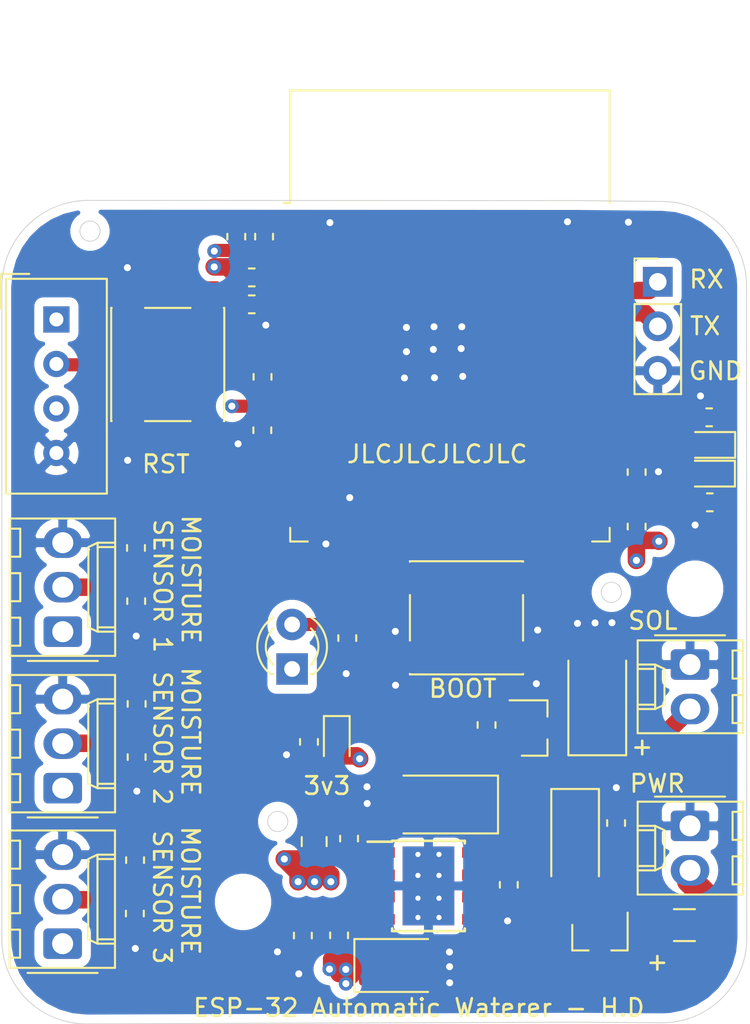
<source format=kicad_pcb>
(kicad_pcb (version 20171130) (host pcbnew 5.1.5+dfsg1-2build2)
  (layers (0 F.Cu signal) (1 GND power hide) (2 POWER power hide) (31 B.Cu signal hide) (34 B.Paste user) (35 F.Paste user) (36 B.SilkS user) (37 F.SilkS user) (38 B.Mask user) (39 F.Mask user) (44 Edge.Cuts user))
  (net 0 "")
  (net 1 GND)
  (net 2 "Net-(U1-Pad36)")
  (net 3 "Net-(U1-Pad32)")
  (net 4 "Net-(U1-Pad31)")
  (net 5 "Net-(U1-Pad26)")
  (net 6 "Net-(U1-Pad24)")
  (net 7 "Net-(U1-Pad23)")
  (net 8 "Net-(U1-Pad21)")
  (net 9 "Net-(U1-Pad20)")
  (net 10 "Net-(U1-Pad19)")
  (net 11 "Net-(U1-Pad18)")
  (net 12 "Net-(U1-Pad17)")
  (net 13 "Net-(U1-Pad11)")
  (net 14 "Net-(U1-Pad10)")
  (net 15 "Net-(U1-Pad9)")
  (net 16 "Net-(U1-Pad5)")
  (net 17 "Net-(U1-Pad4)")
  (net 18 +3V3)
  (net 19 RESET)
  (net 20 "Net-(D1-Pad2)")
  (net 21 "Net-(D1-Pad1)")
  (net 22 "Net-(D2-Pad2)")
  (net 23 "Net-(D2-Pad1)")
  (net 24 "Net-(F1-Pad2)")
  (net 25 GPIO0)
  (net 26 "Net-(Q2-Pad1)")
  (net 27 LIGHT_SENSOR)
  (net 28 TEMP_HUMID_SEN)
  (net 29 "Net-(U4-Pad3)")
  (net 30 "Net-(U1-Pad6)")
  (net 31 "Net-(C4-Pad2)")
  (net 32 "Net-(C4-Pad1)")
  (net 33 "Net-(F1-Pad1)")
  (net 34 "Net-(D3-Pad2)")
  (net 35 "Net-(U2-Pad5)")
  (net 36 "Net-(R12-Pad2)")
  (net 37 "Net-(U2-Pad3)")
  (net 38 "Net-(U2-Pad2)")
  (net 39 12V_IN)
  (net 40 "Net-(C8-Pad1)")
  (net 41 "Net-(C9-Pad1)")
  (net 42 "Net-(C10-Pad1)")
  (net 43 "Net-(D5-Pad1)")
  (net 44 RX_PROG)
  (net 45 TX_PROG)
  (net 46 DRIVER)
  (net 47 MOIST1)
  (net 48 MOIST2)
  (net 49 MOIST3)
  (net 50 "Net-(U1-Pad37)")
  (net 51 "Net-(U1-Pad33)")
  (net 52 "Net-(U1-Pad28)")
  (net 53 "Net-(U1-Pad27)")
  (net 54 "Net-(U1-Pad8)")
  (net 55 "Net-(D6-Pad1)")
  (module Resistor_SMD:R_0603_1608Metric (layer F.Cu) (at 263.81202 135.34644 90)
    (fp_text reference R2 hide)
    (fp_text value 10k)
    (pad 2 smd roundrect (at 0.7875 0 90) (size 0.875 0.95) (layers F.Cu F.Paste F.Mask) (net 1 GND))
    (pad 1 smd roundrect (at -0.7875 0 90) (size 0.875 0.95) (layers F.Cu F.Paste F.Mask) (net 34 "Net-(D3-Pad2)"))
  )
  (module Diode_SMD:D_SOD-128 (layer F.Cu) (at 261.47268 136.48436 270)
    (fp_text reference D3 hide)
    (fp_text value D_Zener)
    (pad 2 smd rect (at 2.2 0 270) (size 1.4 2.1) (layers F.Cu F.Paste F.Mask) (net 34 "Net-(D3-Pad2)"))
    (pad 1 smd rect (at -2.2 0 270) (size 1.4 2.1) (layers F.Cu F.Paste F.Mask) (net 39 12V_IN))
  )
  (module Capacitor_Tantalum_SMD:CP_EIA-3528-21_Kemet-B (layer F.Cu) (at 251.32792 143.47698)
    (fp_text reference C6 hide)
    (fp_text value 100u)
    (pad 2 smd roundrect (at 1.5375 0) (size 1.325 2.35) (layers F.Cu F.Paste F.Mask) (roundrect_rratio 0.188679) (net 1 GND))
    (pad 1 smd roundrect (at -1.5375 0) (size 1.325 2.35) (layers F.Cu F.Paste F.Mask) (roundrect_rratio 0.188679) (net 18 +3V3))
  )
  (module Sensor:Aosong_DHT11_5.5x12.0_P2.54mm (layer F.Cu) (at 231.85374 106.60634)
    (fp_text reference U4 hide)
    (fp_text value DHT11)
    (pad 4 thru_hole circle (at 0 7.62) (size 1.5 1.5) (drill 0.8) (layers *.Cu *.Mask) (net 1 GND))
    (pad 3 thru_hole circle (at 0 5.08) (size 1.5 1.5) (drill 0.8) (layers *.Cu *.Mask) (net 29 "Net-(U4-Pad3)"))
    (pad 2 thru_hole circle (at 0 2.54) (size 1.5 1.5) (drill 0.8) (layers *.Cu *.Mask) (net 28 TEMP_HUMID_SEN))
    (pad 1 thru_hole rect (at 0 0) (size 1.5 1.5) (drill 0.8) (layers *.Cu *.Mask) (net 18 +3V3))
  )
  (module Resistor_SMD:R_0603_1608Metric (layer F.Cu) (at 246.27586 130.71348 90)
    (fp_text reference R5 hide)
    (fp_text value 220)
    (pad 2 smd roundrect (at 0.7875 0 90) (size 0.875 0.95) (layers F.Cu F.Paste F.Mask) (net 55 "Net-(D6-Pad1)"))
    (pad 1 smd roundrect (at -0.7875 0 90) (size 0.875 0.95) (layers F.Cu F.Paste F.Mask) (net 1 GND))
  )
  (module LED_SMD:LED_0603_1608Metric (layer F.Cu) (at 247.86336 130.72618 270)
    (fp_text reference D6 hide)
    (fp_text value RED)
    (pad 2 smd roundrect (at 0.7875 0 270) (size 0.875 0.95) (layers F.Cu F.Paste F.Mask) (net 18 +3V3))
    (pad 1 smd roundrect (at -0.7875 0 270) (size 0.875 0.95) (layers F.Cu F.Paste F.Mask) (net 55 "Net-(D6-Pad1)"))
  )
  (module Resistor_SMD:R_0603_1608Metric (layer F.Cu) (at 245.92788 141.76986 270)
    (fp_text reference R13 hide)
    (fp_text value 5.6k)
    (pad 2 smd roundrect (at 0.7875 0 270) (size 0.875 0.95) (layers F.Cu F.Paste F.Mask) (net 1 GND))
    (pad 1 smd roundrect (at -0.7875 0 270) (size 0.875 0.95) (layers F.Cu F.Paste F.Mask) (net 36 "Net-(R12-Pad2)"))
  )
  (module Resistor_SMD:R_0603_1608Metric (layer F.Cu) (at 247.99544 141.7574 90)
    (fp_text reference R12 hide)
    (fp_text value 10k)
    (pad 2 smd roundrect (at 0.7875 0 90) (size 0.875 0.95) (layers F.Cu F.Paste F.Mask) (net 36 "Net-(R12-Pad2)"))
    (pad 1 smd roundrect (at -0.7875 0 90) (size 0.875 0.95) (layers F.Cu F.Paste F.Mask) (net 18 +3V3))
  )
  (module Package_SO:TI_SO-PowerPAD-8_ThermalVias (layer F.Cu) (at 253.0983 138.938)
    (fp_text reference U2 hide)
    (fp_text value TPS5430DDA)
    (pad 9 thru_hole circle (at 0.6 1.8) (size 0.6 0.6) (drill 0.3) (layers *.Cu) (net 1 GND))
    (pad 9 thru_hole circle (at 0.6 0.7) (size 0.6 0.6) (drill 0.3) (layers *.Cu) (net 1 GND))
    (pad 9 thru_hole circle (at -0.6 0.7) (size 0.6 0.6) (drill 0.3) (layers *.Cu) (net 1 GND))
    (pad 9 thru_hole circle (at -0.6 1.8) (size 0.6 0.6) (drill 0.3) (layers *.Cu) (net 1 GND))
    (pad 9 thru_hole circle (at 0.6 -1.8) (size 0.6 0.6) (drill 0.3) (layers *.Cu) (net 1 GND))
    (pad 9 thru_hole circle (at 0.6 -0.6) (size 0.6 0.6) (drill 0.3) (layers *.Cu) (net 1 GND))
    (pad 9 thru_hole circle (at -0.6 -0.6) (size 0.6 0.6) (drill 0.3) (layers *.Cu) (net 1 GND))
    (pad 9 thru_hole circle (at -0.6 -1.8) (size 0.6 0.6) (drill 0.3) (layers *.Cu) (net 1 GND))
    (pad 9 smd rect (at 0 0) (size 2.95 4.5) (layers B.Cu) (net 1 GND))
    (pad 8 smd rect (at 2.7 -1.905) (size 1.55 0.6) (layers F.Cu F.Paste F.Mask) (net 32 "Net-(C4-Pad1)"))
    (pad 7 smd rect (at 2.7 -0.635) (size 1.55 0.6) (layers F.Cu F.Paste F.Mask) (net 39 12V_IN))
    (pad 6 smd rect (at 2.7 0.635) (size 1.55 0.6) (layers F.Cu F.Paste F.Mask) (net 1 GND))
    (pad 5 smd rect (at 2.7 1.905) (size 1.55 0.6) (layers F.Cu F.Paste F.Mask) (net 35 "Net-(U2-Pad5)"))
    (pad 4 smd rect (at -2.7 1.905) (size 1.55 0.6) (layers F.Cu F.Paste F.Mask) (net 36 "Net-(R12-Pad2)"))
    (pad 3 smd rect (at -2.7 0.635) (size 1.55 0.6) (layers F.Cu F.Paste F.Mask) (net 37 "Net-(U2-Pad3)"))
    (pad 2 smd rect (at -2.7 -0.635) (size 1.55 0.6) (layers F.Cu F.Paste F.Mask) (net 38 "Net-(U2-Pad2)"))
    (pad 1 smd rect (at -2.7 -1.905) (size 1.55 0.6) (layers F.Cu F.Paste F.Mask) (net 31 "Net-(C4-Pad2)"))
    (pad 9 smd rect (at 0 0) (size 2.95 4.5) (layers F.Cu) (net 1 GND))
    (pad 9 smd rect (at 0 0) (size 2.6 3.1) (layers F.Cu F.Paste F.Mask) (net 1 GND))
  )
  (module MountingHole:MountingHole_2.2mm_M2_DIN965 (layer F.Cu) (at 242.51158 139.84986)
    (fp_text reference H4 hide)
    (fp_text value BL)
    (pad 1 np_thru_hole circle (at 0 0) (size 2.2 2.2) (drill 2.2) (layers *.Cu *.Mask))
  )
  (module MountingHole:MountingHole_2.2mm_M2_DIN965 (layer F.Cu) (at 268.3256 121.9708)
    (fp_text reference H1 hide)
    (fp_text value TR)
    (pad 1 np_thru_hole circle (at 0 0) (size 2.2 2.2) (drill 2.2) (layers *.Cu *.Mask))
  )
  (module Button_Switch_SMD:SW_Push_1P1T_NO_6x6mm_H9.5mm (layer F.Cu) (at 255.27 123.6345)
    (fp_text reference SW2 hide)
    (fp_text value SW_Push)
    (pad 2 smd rect (at 3.975 2.25) (size 1.55 1.3) (layers F.Cu F.Paste F.Mask) (net 1 GND))
    (pad 1 smd rect (at 3.975 -2.25) (size 1.55 1.3) (layers F.Cu F.Paste F.Mask) (net 25 GPIO0))
    (pad 1 smd rect (at -3.975 -2.25) (size 1.55 1.3) (layers F.Cu F.Paste F.Mask) (net 25 GPIO0))
    (pad 2 smd rect (at -3.975 2.25) (size 1.55 1.3) (layers F.Cu F.Paste F.Mask) (net 1 GND))
  )
  (module Resistor_SMD:R_0603_1608Metric (layer F.Cu) (at 236.347 137.4648 270)
    (fp_text reference R15 hide)
    (fp_text value 10k)
    (pad 2 smd roundrect (at 0.7875 0 270) (size 0.875 0.95) (layers F.Cu F.Paste F.Mask) (net 42 "Net-(C10-Pad1)"))
    (pad 1 smd roundrect (at -0.7875 0 270) (size 0.875 0.95) (layers F.Cu F.Paste F.Mask) (net 47 MOIST1))
  )
  (module Resistor_SMD:R_0603_1608Metric (layer F.Cu) (at 236.4359 128.5494 270)
    (fp_text reference R14 hide)
    (fp_text value 10k)
    (pad 2 smd roundrect (at 0.7875 0 270) (size 0.875 0.95) (layers F.Cu F.Paste F.Mask) (net 41 "Net-(C9-Pad1)"))
    (pad 1 smd roundrect (at -0.7875 0 270) (size 0.875 0.95) (layers F.Cu F.Paste F.Mask) (net 48 MOIST2))
  )
  (module Resistor_SMD:R_0603_1608Metric (layer F.Cu) (at 236.3978 119.6467 270)
    (fp_text reference R10 hide)
    (fp_text value 10k)
    (pad 2 smd roundrect (at 0.7875 0 270) (size 0.875 0.95) (layers F.Cu F.Paste F.Mask) (net 40 "Net-(C8-Pad1)"))
    (pad 1 smd roundrect (at -0.7875 0 270) (size 0.875 0.95) (layers F.Cu F.Paste F.Mask) (net 49 MOIST3))
  )
  (module Resistor_SMD:R_0603_1608Metric (layer F.Cu) (at 256.41554 129.75082 270)
    (fp_text reference R4 hide)
    (fp_text value 10k)
    (pad 2 smd roundrect (at 0.7875 0 270) (size 0.875 0.95) (layers F.Cu F.Paste F.Mask) (net 46 DRIVER))
    (pad 1 smd roundrect (at -0.7875 0 270) (size 0.875 0.95) (layers F.Cu F.Paste F.Mask) (net 26 "Net-(Q2-Pad1)"))
  )
  (module Resistor_SMD:R_0603_1608Metric (layer F.Cu) (at 264.9855 118.4275 90)
    (fp_text reference R3 hide)
    (fp_text value 10k)
    (pad 2 smd roundrect (at 0.7875 0 90) (size 0.875 0.95) (layers F.Cu F.Paste F.Mask) (net 25 GPIO0))
    (pad 1 smd roundrect (at -0.7875 0 90) (size 0.875 0.95) (layers F.Cu F.Paste F.Mask) (net 18 +3V3))
  )
  (module Package_TO_SOT_SMD:SOT-23 (layer F.Cu) (at 259.13334 129.92354)
    (fp_text reference Q2 hide)
    (fp_text value AO3401A)
    (pad 3 smd rect (at 1 0) (size 0.9 0.8) (layers F.Cu F.Paste F.Mask) (net 43 "Net-(D5-Pad1)"))
    (pad 2 smd rect (at -1 0.95) (size 0.9 0.8) (layers F.Cu F.Paste F.Mask) (net 39 12V_IN))
    (pad 1 smd rect (at -1 -0.95) (size 0.9 0.8) (layers F.Cu F.Paste F.Mask) (net 26 "Net-(Q2-Pad1)"))
  )
  (module Package_TO_SOT_SMD:SOT-23 (layer F.Cu) (at 262.89 141.859 270)
    (fp_text reference Q1 hide)
    (fp_text value AO3401A)
    (pad 3 smd rect (at 1 0 270) (size 0.9 0.8) (layers F.Cu F.Paste F.Mask) (net 33 "Net-(F1-Pad1)"))
    (pad 2 smd rect (at -1 0.95 270) (size 0.9 0.8) (layers F.Cu F.Paste F.Mask) (net 39 12V_IN))
    (pad 1 smd rect (at -1 -0.95 270) (size 0.9 0.8) (layers F.Cu F.Paste F.Mask) (net 34 "Net-(D3-Pad2)"))
  )
  (module Connector_Molex:Molex_KK-254_AE-6410-03A_1x03_P2.54mm_Vertical (layer F.Cu) (at 232.20934 142.23238 90)
    (fp_text reference J9 hide)
    (fp_text value INPUT)
    (pad 3 thru_hole oval (at 5.08 0 90) (size 1.74 2.2) (drill 1.2) (layers *.Cu *.Mask) (net 1 GND))
    (pad 2 thru_hole oval (at 2.54 0 90) (size 1.74 2.2) (drill 1.2) (layers *.Cu *.Mask) (net 42 "Net-(C10-Pad1)"))
    (pad 1 thru_hole roundrect (at 0 0 90) (size 1.74 2.2) (drill 1.2) (layers *.Cu *.Mask) (roundrect_rratio 0.143678) (net 18 +3V3))
  )
  (module Connector_Molex:Molex_KK-254_AE-6410-03A_1x03_P2.54mm_Vertical (layer F.Cu) (at 232.21442 133.35762 90)
    (fp_text reference J8 hide)
    (fp_text value INPUT)
    (pad 3 thru_hole oval (at 5.08 0 90) (size 1.74 2.2) (drill 1.2) (layers *.Cu *.Mask) (net 1 GND))
    (pad 2 thru_hole oval (at 2.54 0 90) (size 1.74 2.2) (drill 1.2) (layers *.Cu *.Mask) (net 41 "Net-(C9-Pad1)"))
    (pad 1 thru_hole roundrect (at 0 0 90) (size 1.74 2.2) (drill 1.2) (layers *.Cu *.Mask) (roundrect_rratio 0.143678) (net 18 +3V3))
  )
  (module Connector_Molex:Molex_KK-254_AE-6410-03A_1x03_P2.54mm_Vertical (layer F.Cu) (at 232.2195 124.42698 90)
    (fp_text reference J4 hide)
    (fp_text value INPUT)
    (pad 3 thru_hole oval (at 5.08 0 90) (size 1.74 2.2) (drill 1.2) (layers *.Cu *.Mask) (net 1 GND))
    (pad 2 thru_hole oval (at 2.54 0 90) (size 1.74 2.2) (drill 1.2) (layers *.Cu *.Mask) (net 40 "Net-(C8-Pad1)"))
    (pad 1 thru_hole roundrect (at 0 0 90) (size 1.74 2.2) (drill 1.2) (layers *.Cu *.Mask) (roundrect_rratio 0.143678) (net 18 +3V3))
  )
  (module Connector_Molex:Molex_KK-254_AE-6410-02A_1x02_P2.54mm_Vertical (layer F.Cu) (at 268.0335 126.3015 270)
    (fp_text reference J3 hide)
    (fp_text value Power)
    (pad 2 thru_hole oval (at 2.54 0 270) (size 1.74 2.2) (drill 1.2) (layers *.Cu *.Mask) (net 43 "Net-(D5-Pad1)"))
    (pad 1 thru_hole roundrect (at 0 0 270) (size 1.74 2.2) (drill 1.2) (layers *.Cu *.Mask) (roundrect_rratio 0.143678) (net 1 GND))
  )
  (module Connector_PinHeader_2.54mm:PinHeader_1x03_P2.54mm_Vertical (layer F.Cu) (at 266.192 104.4575)
    (fp_text reference J2 hide)
    (fp_text value PROG)
    (pad 3 thru_hole oval (at 0 5.08) (size 1.7 1.7) (drill 1) (layers *.Cu *.Mask) (net 1 GND))
    (pad 2 thru_hole oval (at 0 2.54) (size 1.7 1.7) (drill 1) (layers *.Cu *.Mask) (net 45 TX_PROG))
    (pad 1 thru_hole rect (at 0 0) (size 1.7 1.7) (drill 1) (layers *.Cu *.Mask) (net 44 RX_PROG))
  )
  (module Fuse:Fuse_1206_3216Metric (layer F.Cu) (at 267.716 141.1732)
    (fp_text reference F1 hide)
    (fp_text value 3A)
    (pad 2 smd roundrect (at 1.4 0) (size 1.25 1.75) (layers F.Cu F.Paste F.Mask) (roundrect_rratio 0.2) (net 24 "Net-(F1-Pad2)"))
    (pad 1 smd roundrect (at -1.4 0) (size 1.25 1.75) (layers F.Cu F.Paste F.Mask) (roundrect_rratio 0.2) (net 33 "Net-(F1-Pad1)"))
  )
  (module Diode_SMD:D_SMA (layer F.Cu) (at 262.7376 128.0795 90)
    (fp_text reference D5 hide)
    (fp_text value D_Small)
    (pad 2 smd rect (at 2 0 90) (size 2.5 1.8) (layers F.Cu F.Paste F.Mask) (net 1 GND))
    (pad 1 smd rect (at -2 0 90) (size 2.5 1.8) (layers F.Cu F.Paste F.Mask) (net 43 "Net-(D5-Pad1)"))
  )
  (module Capacitor_SMD:C_0603_1608Metric (layer F.Cu) (at 236.3343 140.5128 270)
    (fp_text reference C10 hide)
    (fp_text value 100n)
    (pad 2 smd roundrect (at 0.7875 0 270) (size 0.875 0.95) (layers F.Cu F.Paste F.Mask) (net 1 GND))
    (pad 1 smd roundrect (at -0.7875 0 270) (size 0.875 0.95) (layers F.Cu F.Paste F.Mask) (net 42 "Net-(C10-Pad1)"))
  )
  (module Capacitor_SMD:C_0603_1608Metric (layer F.Cu) (at 236.4359 131.5847 270)
    (fp_text reference C9 hide)
    (fp_text value 100n)
    (pad 2 smd roundrect (at 0.7875 0 270) (size 0.875 0.95) (layers F.Cu F.Paste F.Mask) (net 1 GND))
    (pad 1 smd roundrect (at -0.7875 0 270) (size 0.875 0.95) (layers F.Cu F.Paste F.Mask) (net 41 "Net-(C9-Pad1)"))
  )
  (module Capacitor_SMD:C_0603_1608Metric (layer F.Cu) (at 236.4105 122.682 270)
    (fp_text reference C8 hide)
    (fp_text value 100n)
    (pad 2 smd roundrect (at 0.7875 0 270) (size 0.875 0.95) (layers F.Cu F.Paste F.Mask) (net 1 GND))
    (pad 1 smd roundrect (at -0.7875 0 270) (size 0.875 0.95) (layers F.Cu F.Paste F.Mask) (net 40 "Net-(C8-Pad1)"))
  )
  (module Capacitor_SMD:C_0603_1608Metric (layer F.Cu) (at 264.9855 115.316 90)
    (fp_text reference C7 hide)
    (fp_text value 10u)
    (pad 2 smd roundrect (at 0.7875 0 90) (size 0.875 0.95) (layers F.Cu F.Paste F.Mask) (net 1 GND))
    (pad 1 smd roundrect (at -0.7875 0 90) (size 0.875 0.95) (layers F.Cu F.Paste F.Mask) (net 25 GPIO0))
  )
  (module Diode_SMD:D_SMA (layer F.Cu) (at 253.6698 134.2898 180)
    (fp_text reference D4 hide)
    (fp_text value B340)
    (pad 2 smd rect (at 2 0 180) (size 2.5 1.8) (layers F.Cu F.Paste F.Mask) (net 1 GND))
    (pad 1 smd rect (at -2 0 180) (size 2.5 1.8) (layers F.Cu F.Paste F.Mask) (net 32 "Net-(C4-Pad1)"))
  )
  (module Inductor_SMD:L_0805_2012Metric (layer F.Cu) (at 246.57304 136.40816 270)
    (fp_text reference L1 hide)
    (fp_text value L_Small)
    (pad 2 smd roundrect (at 0.9375 0 270) (size 0.975 1.4) (layers F.Cu F.Paste F.Mask) (net 18 +3V3))
    (pad 1 smd roundrect (at -0.9375 0 270) (size 0.975 1.4) (layers F.Cu F.Paste F.Mask) (net 32 "Net-(C4-Pad1)"))
  )
  (module RF_Module:ESP32-WROOM-32 (layer F.Cu) (at 254.32512 109.3978)
    (fp_text reference U1 hide)
    (fp_text value ESP32-WROOM-32D)
    (pad 38 smd rect (at 8.5 -8.255) (size 2 0.9) (layers F.Cu F.Paste F.Mask) (net 1 GND))
    (pad 37 smd rect (at 8.5 -6.985) (size 2 0.9) (layers F.Cu F.Paste F.Mask) (net 50 "Net-(U1-Pad37)"))
    (pad 36 smd rect (at 8.5 -5.715) (size 2 0.9) (layers F.Cu F.Paste F.Mask) (net 2 "Net-(U1-Pad36)"))
    (pad 35 smd rect (at 8.5 -4.445) (size 2 0.9) (layers F.Cu F.Paste F.Mask) (net 44 RX_PROG))
    (pad 34 smd rect (at 8.5 -3.175) (size 2 0.9) (layers F.Cu F.Paste F.Mask) (net 45 TX_PROG))
    (pad 33 smd rect (at 8.5 -1.905) (size 2 0.9) (layers F.Cu F.Paste F.Mask) (net 51 "Net-(U1-Pad33)"))
    (pad 32 smd rect (at 8.5 -0.635) (size 2 0.9) (layers F.Cu F.Paste F.Mask) (net 3 "Net-(U1-Pad32)"))
    (pad 31 smd rect (at 8.5 0.635) (size 2 0.9) (layers F.Cu F.Paste F.Mask) (net 4 "Net-(U1-Pad31)"))
    (pad 30 smd rect (at 8.5 1.905) (size 2 0.9) (layers F.Cu F.Paste F.Mask) (net 22 "Net-(D2-Pad2)"))
    (pad 29 smd rect (at 8.5 3.175) (size 2 0.9) (layers F.Cu F.Paste F.Mask) (net 20 "Net-(D1-Pad2)"))
    (pad 28 smd rect (at 8.5 4.445) (size 2 0.9) (layers F.Cu F.Paste F.Mask) (net 52 "Net-(U1-Pad28)"))
    (pad 27 smd rect (at 8.5 5.715) (size 2 0.9) (layers F.Cu F.Paste F.Mask) (net 53 "Net-(U1-Pad27)"))
    (pad 26 smd rect (at 8.5 6.985) (size 2 0.9) (layers F.Cu F.Paste F.Mask) (net 5 "Net-(U1-Pad26)"))
    (pad 25 smd rect (at 8.5 8.255) (size 2 0.9) (layers F.Cu F.Paste F.Mask) (net 25 GPIO0))
    (pad 24 smd rect (at 5.715 9.255 90) (size 2 0.9) (layers F.Cu F.Paste F.Mask) (net 6 "Net-(U1-Pad24)"))
    (pad 23 smd rect (at 4.445 9.255 90) (size 2 0.9) (layers F.Cu F.Paste F.Mask) (net 7 "Net-(U1-Pad23)"))
    (pad 22 smd rect (at 3.175 9.255 90) (size 2 0.9) (layers F.Cu F.Paste F.Mask) (net 46 DRIVER))
    (pad 21 smd rect (at 1.905 9.255 90) (size 2 0.9) (layers F.Cu F.Paste F.Mask) (net 8 "Net-(U1-Pad21)"))
    (pad 20 smd rect (at 0.635 9.255 90) (size 2 0.9) (layers F.Cu F.Paste F.Mask) (net 9 "Net-(U1-Pad20)"))
    (pad 19 smd rect (at -0.635 9.255 90) (size 2 0.9) (layers F.Cu F.Paste F.Mask) (net 10 "Net-(U1-Pad19)"))
    (pad 18 smd rect (at -1.905 9.255 90) (size 2 0.9) (layers F.Cu F.Paste F.Mask) (net 11 "Net-(U1-Pad18)"))
    (pad 17 smd rect (at -3.175 9.255 90) (size 2 0.9) (layers F.Cu F.Paste F.Mask) (net 12 "Net-(U1-Pad17)"))
    (pad 16 smd rect (at -4.445 9.255 90) (size 2 0.9) (layers F.Cu F.Paste F.Mask) (net 27 LIGHT_SENSOR))
    (pad 15 smd rect (at -5.715 9.255 90) (size 2 0.9) (layers F.Cu F.Paste F.Mask) (net 1 GND))
    (pad 14 smd rect (at -8.5 8.255) (size 2 0.9) (layers F.Cu F.Paste F.Mask) (net 47 MOIST1))
    (pad 13 smd rect (at -8.5 6.985) (size 2 0.9) (layers F.Cu F.Paste F.Mask) (net 48 MOIST2))
    (pad 12 smd rect (at -8.5 5.715) (size 2 0.9) (layers F.Cu F.Paste F.Mask) (net 49 MOIST3))
    (pad 11 smd rect (at -8.5 4.445) (size 2 0.9) (layers F.Cu F.Paste F.Mask) (net 13 "Net-(U1-Pad11)"))
    (pad 10 smd rect (at -8.5 3.175) (size 2 0.9) (layers F.Cu F.Paste F.Mask) (net 14 "Net-(U1-Pad10)"))
    (pad 9 smd rect (at -8.5 1.905) (size 2 0.9) (layers F.Cu F.Paste F.Mask) (net 15 "Net-(U1-Pad9)"))
    (pad 8 smd rect (at -8.5 0.635) (size 2 0.9) (layers F.Cu F.Paste F.Mask) (net 54 "Net-(U1-Pad8)"))
    (pad 7 smd rect (at -8.5 -0.635) (size 2 0.9) (layers F.Cu F.Paste F.Mask) (net 28 TEMP_HUMID_SEN))
    (pad 6 smd rect (at -8.5 -1.905) (size 2 0.9) (layers F.Cu F.Paste F.Mask) (net 30 "Net-(U1-Pad6)"))
    (pad 5 smd rect (at -8.5 -3.175) (size 2 0.9) (layers F.Cu F.Paste F.Mask) (net 16 "Net-(U1-Pad5)"))
    (pad 4 smd rect (at -8.5 -4.445) (size 2 0.9) (layers F.Cu F.Paste F.Mask) (net 17 "Net-(U1-Pad4)"))
    (pad 3 smd rect (at -8.5 -5.715) (size 2 0.9) (layers F.Cu F.Paste F.Mask) (net 19 RESET))
    (pad 2 smd rect (at -8.5 -6.985) (size 2 0.9) (layers F.Cu F.Paste F.Mask) (net 18 +3V3))
    (pad 1 smd rect (at -8.5 -8.255) (size 2 0.9) (layers F.Cu F.Paste F.Mask) (net 1 GND))
    (pad 39 smd rect (at -1 -0.755) (size 5 5) (layers F.Cu F.Paste F.Mask) (net 1 GND))
  )
  (module Button_Switch_SMD:SW_Push_1P1T_NO_6x6mm_H9.5mm (layer F.Cu) (at 238.21136 109.17682 270)
    (fp_text reference SW1 hide)
    (fp_text value SW_Push)
    (pad 2 smd rect (at 3.975 2.25 270) (size 1.55 1.3) (layers F.Cu F.Paste F.Mask) (net 1 GND))
    (pad 1 smd rect (at 3.975 -2.25 270) (size 1.55 1.3) (layers F.Cu F.Paste F.Mask) (net 19 RESET))
    (pad 1 smd rect (at -3.975 -2.25 270) (size 1.55 1.3) (layers F.Cu F.Paste F.Mask) (net 19 RESET))
    (pad 2 smd rect (at -3.975 2.25 270) (size 1.55 1.3) (layers F.Cu F.Paste F.Mask) (net 1 GND))
  )
  (module Resistor_SMD:R_0603_1608Metric (layer F.Cu) (at 248.4628 124.7902 270)
    (fp_text reference R11 hide)
    (fp_text value 3.9k)
    (pad 2 smd roundrect (at 0.7875 0 270) (size 0.875 0.95) (layers F.Cu F.Paste F.Mask) (net 1 GND))
    (pad 1 smd roundrect (at -0.7875 0 270) (size 0.875 0.95) (layers F.Cu F.Paste F.Mask) (net 27 LIGHT_SENSOR))
  )
  (module Resistor_SMD:R_0603_1608Metric (layer F.Cu) (at 243.00942 104.20604)
    (fp_text reference R9 hide)
    (fp_text value 10k)
    (pad 2 smd roundrect (at 0.7875 0) (size 0.875 0.95) (layers F.Cu F.Paste F.Mask) (net 19 RESET))
    (pad 1 smd roundrect (at -0.7875 0) (size 0.875 0.95) (layers F.Cu F.Paste F.Mask) (net 18 +3V3))
  )
  (module Resistor_SMD:R_0603_1608Metric (layer F.Cu) (at 269.1257 112.1918)
    (fp_text reference R7 hide)
    (fp_text value 220)
    (pad 2 smd roundrect (at 0.7875 0) (size 0.875 0.95) (layers F.Cu F.Paste F.Mask) (net 23 "Net-(D2-Pad1)"))
    (pad 1 smd roundrect (at -0.7875 0) (size 0.875 0.95) (layers F.Cu F.Paste F.Mask) (net 1 GND))
  )
  (module Resistor_SMD:R_0603_1608Metric (layer F.Cu) (at 269.1638 117.0432)
    (fp_text reference R6 hide)
    (fp_text value 220)
    (pad 2 smd roundrect (at 0.7875 0) (size 0.875 0.95) (layers F.Cu F.Paste F.Mask) (net 21 "Net-(D1-Pad1)"))
    (pad 1 smd roundrect (at -0.7875 0) (size 0.875 0.95) (layers F.Cu F.Paste F.Mask) (net 1 GND))
  )
  (module Resistor_SMD:R_0603_1608Metric (layer F.Cu) (at 243.6241 109.8804 90)
    (fp_text reference R1 hide)
    (fp_text value 10k)
    (pad 2 smd roundrect (at 0.7875 0 90) (size 0.875 0.95) (layers F.Cu F.Paste F.Mask) (net 28 TEMP_HUMID_SEN))
    (pad 1 smd roundrect (at -0.7875 0 90) (size 0.875 0.95) (layers F.Cu F.Paste F.Mask) (net 18 +3V3))
  )
  (module LED_THT:LED_D3.0mm_Clear (layer F.Cu) (at 245.3132 126.5555 90)
    (fp_text reference Q3 hide)
    (fp_text value TEPT4400)
    (pad 2 thru_hole circle (at 2.54 0 90) (size 1.8 1.8) (drill 0.9) (layers *.Cu *.Mask) (net 27 LIGHT_SENSOR))
    (pad 1 thru_hole rect (at 0 0 90) (size 1.8 1.8) (drill 0.9) (layers *.Cu *.Mask) (net 18 +3V3))
  )
  (module Connector_Molex:Molex_KK-254_AE-6410-02A_1x02_P2.54mm_Vertical (layer F.Cu) (at 268.0335 135.509 270)
    (fp_text reference J1 hide)
    (fp_text value Power)
    (pad 2 thru_hole oval (at 2.54 0 270) (size 1.74 2.2) (drill 1.2) (layers *.Cu *.Mask) (net 24 "Net-(F1-Pad2)"))
    (pad 1 thru_hole roundrect (at 0 0 270) (size 1.74 2.2) (drill 1.2) (layers *.Cu *.Mask) (roundrect_rratio 0.143678) (net 1 GND))
  )
  (module LED_SMD:LED_0603_1608Metric (layer F.Cu) (at 269.1257 113.7666 180)
    (fp_text reference D2 hide)
    (fp_text value RED)
    (pad 2 smd roundrect (at 0.7875 0 180) (size 0.875 0.95) (layers F.Cu F.Paste F.Mask) (net 22 "Net-(D2-Pad2)"))
    (pad 1 smd roundrect (at -0.7875 0 180) (size 0.875 0.95) (layers F.Cu F.Paste F.Mask) (net 23 "Net-(D2-Pad1)"))
  )
  (module LED_SMD:LED_0603_1608Metric (layer F.Cu) (at 269.113 115.4049 180)
    (fp_text reference D1 hide)
    (fp_text value RED)
    (pad 2 smd roundrect (at 0.7875 0 180) (size 0.875 0.95) (layers F.Cu F.Paste F.Mask) (net 20 "Net-(D1-Pad2)"))
    (pad 1 smd roundrect (at -0.7875 0 180) (size 0.875 0.95) (layers F.Cu F.Paste F.Mask) (net 21 "Net-(D1-Pad1)"))
  )
  (module Capacitor_SMD:C_0603_1608Metric (layer F.Cu) (at 243.00942 105.74274)
    (fp_text reference C20 hide)
    (fp_text value 10u)
    (pad 2 smd roundrect (at 0.7875 0) (size 0.875 0.95) (layers F.Cu F.Paste F.Mask) (net 1 GND))
    (pad 1 smd roundrect (at -0.7875 0) (size 0.875 0.95) (layers F.Cu F.Paste F.Mask) (net 19 RESET))
  )
  (module Capacitor_SMD:C_0603_1608Metric (layer F.Cu) (at 243.6114 112.9284 270)
    (fp_text reference C5 hide)
    (fp_text value 100n)
    (pad 2 smd roundrect (at 0.7875 0 270) (size 0.875 0.95) (layers F.Cu F.Paste F.Mask) (net 1 GND))
    (pad 1 smd roundrect (at -0.7875 0 270) (size 0.875 0.95) (layers F.Cu F.Paste F.Mask) (net 18 +3V3))
  )
  (module Capacitor_SMD:C_0603_1608Metric (layer F.Cu) (at 248.5644 136.23544 270)
    (fp_text reference C4 hide)
    (fp_text value 10n)
    (pad 2 smd roundrect (at 0.7875 0 270) (size 0.875 0.95) (layers F.Cu F.Paste F.Mask) (net 31 "Net-(C4-Pad2)"))
    (pad 1 smd roundrect (at -0.7875 0 270) (size 0.875 0.95) (layers F.Cu F.Paste F.Mask) (net 32 "Net-(C4-Pad1)"))
  )
  (module Capacitor_SMD:C_0603_1608Metric (layer F.Cu) (at 257.68554 138.87196 270)
    (fp_text reference C3 hide)
    (fp_text value 10u)
    (pad 2 smd roundrect (at 0.7875 0 270) (size 0.875 0.95) (layers F.Cu F.Paste F.Mask) (net 1 GND))
    (pad 1 smd roundrect (at -0.7875 0 270) (size 0.875 0.95) (layers F.Cu F.Paste F.Mask) (net 39 12V_IN))
  )
  (module Capacitor_SMD:C_0603_1608Metric (layer F.Cu) (at 243.713 101.8794 90)
    (fp_text reference C2 hide)
    (fp_text value 100n)
    (pad 2 smd roundrect (at 0.7875 0 90) (size 0.875 0.95) (layers F.Cu F.Paste F.Mask) (net 1 GND))
    (pad 1 smd roundrect (at -0.7875 0 90) (size 0.875 0.95) (layers F.Cu F.Paste F.Mask) (net 18 +3V3))
  )
  (module Capacitor_SMD:C_0603_1608Metric (layer F.Cu) (at 242.1255 101.8794 90)
    (fp_text reference C1 hide)
    (fp_text value 10u)
    (pad 2 smd roundrect (at 0.7875 0 90) (size 0.875 0.95) (layers F.Cu F.Paste F.Mask) (net 1 GND))
    (pad 1 smd roundrect (at -0.7875 0 90) (size 0.875 0.95) (layers F.Cu F.Paste F.Mask) (net 18 +3V3))
  )
  (gr_text + (at 265.303 130.96494) (layer F.SilkS) (effects (font (size 1 1))))
  (gr_text JLCJLCJLCJLC (at 253.59614 114.28984) (layer F.SilkS) (effects (font (size 1 1))))
  (gr_circle (center 233.77202 101.56444) (end 234.34802 101.56444) (layer Edge.Cuts) (width 0.05))
  (gr_circle (center 244.49278 135.25754) (end 245.06878 135.25754) (layer Edge.Cuts) (width 0.05))
  (gr_circle (center 263.54024 122.17908) (end 264.11624 122.17908) (layer Edge.Cuts) (width 0.05))
  (gr_text GND (at 269.494 109.5502) (layer F.SilkS) (effects (font (size 1 1))))
  (gr_text TX (at 268.8971 106.9848) (layer F.SilkS) (effects (font (size 1 1))))
  (gr_text RX (at 268.9733 104.3178) (layer F.SilkS) (effects (font (size 1 1))))
  (gr_text RST (at 238.10468 114.86388) (layer F.SilkS) (effects (font (size 1 1))))
  (gr_text BOOT (at 255.0541 127.6731) (layer F.SilkS) (effects (font (size 1 1))))
  (gr_text 3v3 (at 247.3071 133.223) (layer F.SilkS) (effects (font (size 1 1))))
  (gr_text "ESP-32 Automatic Waterer - H.D" (at 252.5522 145.89252) (layer F.SilkS) (effects (font (size 1 1))))
  (gr_text SOL (at 265.9126 123.7996) (layer F.SilkS) (effects (font (size 1 1))))
  (gr_text + (at 266.1666 143.25092) (layer F.SilkS) (effects (font (size 1 1))))
  (gr_text PWR (at 266.1666 133.096) (layer F.SilkS) (effects (font (size 1 1))))
  (gr_text "MOISTURE \nSENSOR 3" (at 238.6965 139.5857 270) (layer F.SilkS) (effects (font (size 1 1))))
  (gr_text "MOISTURE \nSENSOR 2" (at 238.7092 130.5052 270) (layer F.SilkS) (effects (font (size 1 1))))
  (gr_text "MOISTURE \nSENSOR 1" (at 238.7219 121.8184 270) (layer F.SilkS) (effects (font (size 1 1))))
  (gr_line (start 266.434 99.872) (end 261.62 99.822) (layer Edge.Cuts) (width 0.05))
  (gr_line (start 266.45 146.7444) (end 261.62 146.7104) (layer Edge.Cuts) (width 0.05))
  (gr_arc (start 266.434 104.698) (end 271.26 104.698) (angle -90) (layer Edge.Cuts) (width 0.05))
  (gr_line (start 271.26 104.698) (end 271.276 141.9184) (layer Edge.Cuts) (width 0.05))
  (gr_line (start 233.565635 146.812) (end 261.62 146.7104) (layer Edge.Cuts) (width 0.05))
  (gr_arc (start 266.45 141.9184) (end 266.45 146.7444) (angle -90) (layer Edge.Cuts) (width 0.05))
  (gr_line (start 228.739635 104.7496) (end 228.739635 141.986) (layer Edge.Cuts) (width 0.05))
  (gr_arc (start 233.565635 141.986) (end 228.739635 141.986) (angle -90) (layer Edge.Cuts) (width 0.05))
  (gr_line (start 261.62 99.822) (end 233.6546 99.8093) (layer Edge.Cuts) (width 0.05))
  (gr_arc (start 233.68 104.7496) (end 233.6546 99.8093) (angle -89.70542275) (layer Edge.Cuts) (width 0.05))
  (via (at 257.61696 140.9319) (size 0.8) (drill 0.4) (layers F.Cu B.Cu) (net 1))
  (via (at 254.29718 142.7099) (size 0.8) (drill 0.4) (layers F.Cu B.Cu) (net 1))
  (via (at 254.3048 143.54556) (size 0.8) (drill 0.4) (layers F.Cu B.Cu) (net 1))
  (via (at 254.30988 144.46504) (size 0.8) (drill 0.4) (layers F.Cu B.Cu) (net 1))
  (via (at 243.81206 106.92892) (size 0.8) (drill 0.4) (layers F.Cu B.Cu) (net 1))
  (via (at 235.90758 103.64978) (size 0.8) (drill 0.4) (layers F.Cu B.Cu) (net 1))
  (via (at 235.92282 114.6429) (size 0.8) (drill 0.4) (layers F.Cu B.Cu) (net 1))
  (via (at 236.3597 142.5067) (size 0.8) (drill 0.4) (layers F.Cu B.Cu) (net 1))
  (via (at 236.4486 133.5278) (size 0.8) (drill 0.4) (layers F.Cu B.Cu) (net 1))
  (via (at 236.4105 124.6759) (size 0.8) (drill 0.4) (layers F.Cu B.Cu) (net 1))
  (via (at 248.3993 126.8222) (size 0.8) (drill 0.4) (layers F.Cu B.Cu) (net 1))
  (via (at 268.6304 110.9726) (size 0.8) (drill 0.4) (layers F.Cu B.Cu) (net 1))
  (via (at 268.3256 118.3386) (size 0.8) (drill 0.4) (layers F.Cu B.Cu) (net 1))
  (via (at 248.6025 116.7765) (size 0.8) (drill 0.4) (layers F.Cu B.Cu) (net 1))
  (via (at 247.2436 119.4181) (size 0.8) (drill 0.4) (layers F.Cu B.Cu) (net 1))
  (via (at 242.2271 113.7031) (size 0.8) (drill 0.4) (layers F.Cu B.Cu) (net 1))
  (via (at 251.206 124.4092) (size 0.8) (drill 0.4) (layers F.Cu B.Cu) (net 1))
  (via (at 251.2187 127.4826) (size 0.8) (drill 0.4) (layers F.Cu B.Cu) (net 1))
  (via (at 247.4722 101.0793) (size 0.8) (drill 0.4) (layers F.Cu B.Cu) (net 1))
  (via (at 255.0541 109.855) (size 0.8) (drill 0.4) (layers F.Cu B.Cu) (net 1))
  (via (at 254.9652 108.2675) (size 0.8) (drill 0.4) (layers F.Cu B.Cu) (net 1))
  (via (at 255.0033 107.0229) (size 0.8) (drill 0.4) (layers F.Cu B.Cu) (net 1))
  (via (at 253.4158 107.0229) (size 0.8) (drill 0.4) (layers F.Cu B.Cu) (net 1))
  (via (at 253.3777 108.3183) (size 0.8) (drill 0.4) (layers F.Cu B.Cu) (net 1))
  (via (at 253.4412 109.9312) (size 0.8) (drill 0.4) (layers F.Cu B.Cu) (net 1))
  (via (at 251.7267 109.9439) (size 0.8) (drill 0.4) (layers F.Cu B.Cu) (net 1))
  (via (at 251.841 108.4453) (size 0.8) (drill 0.4) (layers F.Cu B.Cu) (net 1))
  (via (at 251.841 107.061) (size 0.8) (drill 0.4) (layers F.Cu B.Cu) (net 1))
  (via (at 266.2301 115.29568) (size 0.8) (drill 0.4) (layers F.Cu B.Cu) (net 1))
  (via (at 261.6073 123.952) (size 0.8) (drill 0.4) (layers F.Cu B.Cu) (net 1))
  (via (at 262.6106 123.9266) (size 0.8) (drill 0.4) (layers F.Cu B.Cu) (net 1))
  (via (at 263.5758 123.9139) (size 0.8) (drill 0.4) (layers F.Cu B.Cu) (net 1))
  (via (at 259.2578 127.3937) (size 0.8) (drill 0.4) (layers F.Cu B.Cu) (net 1))
  (via (at 259.334 124.333) (size 0.8) (drill 0.4) (layers F.Cu B.Cu) (net 1))
  (via (at 261.0358 101.0285) (size 0.8) (drill 0.4) (layers F.Cu B.Cu) (net 1))
  (via (at 264.5156 101.0539) (size 0.8) (drill 0.4) (layers F.Cu B.Cu) (net 1))
  (via (at 263.82472 133.32714) (size 0.8) (drill 0.4) (layers F.Cu B.Cu) (net 1))
  (via (at 249.58802 133.27888) (size 0.8) (drill 0.4) (layers F.Cu B.Cu) (net 1))
  (via (at 249.60072 134.23392) (size 0.8) (drill 0.4) (layers F.Cu B.Cu) (net 1))
  (via (at 244.475 142.6972) (size 0.8) (drill 0.4) (layers F.Cu B.Cu) (net 1))
  (via (at 245.6942 143.9545) (size 0.8) (drill 0.4) (layers F.Cu B.Cu) (net 1))
  (segment (start 245.91772 142.6972) (end 245.92788 142.70736) (width 1) (layer F.Cu) (net 1))
  (segment (start 244.475 142.6972) (end 245.91772 142.6972) (width 1) (layer F.Cu) (net 1))
  (segment (start 245.6942 142.94104) (end 245.6942 143.9545) (width 1) (layer F.Cu) (net 1))
  (segment (start 245.92788 142.70736) (end 245.6942 142.94104) (width 1) (layer F.Cu) (net 1))
  (segment (start 249.7201 134.2898) (end 249.6312 134.2009) (width 1) (layer F.Cu) (net 1))
  (segment (start 251.6698 134.2898) (end 249.7201 134.2898) (width 1) (layer F.Cu) (net 1))
  (segment (start 250.6218 134.2898) (end 249.6693 133.3373) (width 1) (layer F.Cu) (net 1))
  (segment (start 266.2428 109.5883) (end 266.192 109.5375) (width 1) (layer F.Cu) (net 1))
  (segment (start 266.1412 109.5883) (end 266.192 109.5375) (width 1) (layer F.Cu) (net 1))
  (segment (start 262.91402 101.0539) (end 262.82512 101.1428) (width 1) (layer F.Cu) (net 1))
  (segment (start 264.5156 101.0539) (end 262.91402 101.0539) (width 1) (layer F.Cu) (net 1))
  (segment (start 261.1501 101.1428) (end 261.0358 101.0285) (width 1) (layer F.Cu) (net 1))
  (segment (start 262.82512 101.1428) (end 261.1501 101.1428) (width 1) (layer F.Cu) (net 1))
  (segment (start 259.334 127.3175) (end 259.2578 127.3937) (width 1) (layer F.Cu) (net 1))
  (segment (start 259.334 124.333) (end 259.334 127.3175) (width 1) (layer F.Cu) (net 1))
  (segment (start 262.7376 124.0536) (end 262.6106 123.9266) (width 1) (layer F.Cu) (net 1))
  (segment (start 262.382 124.7267) (end 262.4455 124.7267) (width 1) (layer F.Cu) (net 1))
  (segment (start 261.6073 123.952) (end 262.382 124.7267) (width 1) (layer F.Cu) (net 1))
  (segment (start 262.4455 124.7267) (end 262.7376 124.0536) (width 1) (layer F.Cu) (net 1))
  (segment (start 262.7376 126.0795) (end 262.4455 124.7267) (width 1) (layer F.Cu) (net 1))
  (segment (start 262.7376 124.968) (end 263.3345 124.3711) (width 1) (layer F.Cu) (net 1))
  (segment (start 262.7376 126.0795) (end 262.7376 124.968) (width 1) (layer F.Cu) (net 1))
  (segment (start 263.5758 123.9139) (end 263.3345 124.3711) (width 1) (layer F.Cu) (net 1))
  (segment (start 245.88862 101.0793) (end 245.82512 101.1428) (width 1) (layer F.Cu) (net 1))
  (segment (start 247.4722 101.0793) (end 245.88862 101.0793) (width 1) (layer F.Cu) (net 1))
  (segment (start 251.2187 124.4219) (end 251.206 124.4092) (width 1) (layer F.Cu) (net 1))
  (segment (start 251.2187 127.4826) (end 251.2187 124.4219) (width 1) (layer F.Cu) (net 1))
  (segment (start 245.77422 101.0919) (end 245.82512 101.1428) (width 0.75) (layer F.Cu) (net 1))
  (segment (start 242.1255 101.0919) (end 245.77422 101.0919) (width 0.75) (layer F.Cu) (net 1))
  (segment (start 242.2399 113.7159) (end 242.2271 113.7031) (width 0.75) (layer F.Cu) (net 1))
  (segment (start 243.6114 113.7159) (end 242.2399 113.7159) (width 0.75) (layer F.Cu) (net 1))
  (segment (start 248.61012 116.78412) (end 248.6025 116.7765) (width 0.75) (layer F.Cu) (net 1))
  (segment (start 248.61012 118.6528) (end 248.61012 116.78412) (width 0.75) (layer F.Cu) (net 1))
  (segment (start 248.0089 118.6528) (end 247.2436 119.4181) (width 0.75) (layer F.Cu) (net 1))
  (segment (start 248.61012 118.6528) (end 248.0089 118.6528) (width 0.75) (layer F.Cu) (net 1))
  (segment (start 268.3256 117.0939) (end 268.3763 117.0432) (width 0.75) (layer F.Cu) (net 1))
  (segment (start 268.3256 118.3386) (end 268.3256 117.0939) (width 0.75) (layer F.Cu) (net 1))
  (segment (start 264.9983 114.5413) (end 264.9855 114.5285) (width 0.75) (layer F.Cu) (net 1))
  (segment (start 248.3993 125.6412) (end 248.4628 125.5777) (width 0.75) (layer F.Cu) (net 1))
  (segment (start 248.3993 126.8222) (end 248.3993 125.6412) (width 0.75) (layer F.Cu) (net 1))
  (via (at 244.99316 131.45008) (size 0.8) (drill 0.4) (layers F.Cu B.Cu) (net 1))
  (segment (start 246.22496 131.45008) (end 246.27586 131.50098) (width 1) (layer F.Cu) (net 1))
  (segment (start 244.99316 131.45008) (end 246.22496 131.45008) (width 1) (layer F.Cu) (net 1))
  (segment (start 236.4867 123.2915) (end 236.4612 123.317) (width 1) (layer F.Cu) (net 1))
  (segment (start 236.3597 141.3257) (end 236.3343 141.3003) (width 1) (layer F.Cu) (net 1))
  (segment (start 236.3597 142.5067) (end 236.3597 141.3257) (width 1) (layer F.Cu) (net 1))
  (segment (start 236.4486 132.3849) (end 236.4359 132.3722) (width 1) (layer F.Cu) (net 1))
  (segment (start 236.4486 133.5278) (end 236.4486 132.3849) (width 1) (layer F.Cu) (net 1))
  (segment (start 236.4105 124.6759) (end 236.4105 123.4695) (width 1) (layer F.Cu) (net 1))
  (segment (start 268.3382 111.2648) (end 268.6304 110.9726) (width 1) (layer F.Cu) (net 1))
  (segment (start 268.3382 112.1918) (end 268.3382 111.2648) (width 1) (layer F.Cu) (net 1))
  (segment (start 235.92282 113.19036) (end 235.96136 113.15182) (width 1) (layer F.Cu) (net 1))
  (segment (start 235.92282 114.6429) (end 235.92282 113.19036) (width 1) (layer F.Cu) (net 1))
  (segment (start 235.96136 103.70356) (end 235.90758 103.64978) (width 1) (layer F.Cu) (net 1))
  (segment (start 235.96136 105.20182) (end 235.96136 103.70356) (width 1) (layer F.Cu) (net 1))
  (segment (start 243.81206 105.75788) (end 243.79692 105.74274) (width 1) (layer F.Cu) (net 1))
  (segment (start 243.81206 106.92892) (end 243.81206 105.75788) (width 1) (layer F.Cu) (net 1))
  (segment (start 265.46292 114.5285) (end 266.2301 115.29568) (width 0.75) (layer F.Cu) (net 1))
  (segment (start 264.9855 114.5285) (end 265.46292 114.5285) (width 0.75) (layer F.Cu) (net 1))
  (segment (start 253.5301 143.47698) (end 254.29718 142.7099) (width 0.75) (layer F.Cu) (net 1))
  (segment (start 252.86542 143.47698) (end 253.5301 143.47698) (width 0.75) (layer F.Cu) (net 1))
  (segment (start 254.23622 143.47698) (end 254.3048 143.54556) (width 0.75) (layer F.Cu) (net 1))
  (segment (start 252.86542 143.47698) (end 254.23622 143.47698) (width 0.75) (layer F.Cu) (net 1))
  (segment (start 252.86542 143.47698) (end 253.32182 143.47698) (width 0.75) (layer F.Cu) (net 1))
  (segment (start 253.637999 144.065041) (end 253.54026 144.16278) (width 0.75) (layer F.Cu) (net 1))
  (segment (start 253.909881 144.065041) (end 253.637999 144.065041) (width 0.75) (layer F.Cu) (net 1))
  (segment (start 254.30988 144.46504) (end 253.909881 144.065041) (width 0.75) (layer F.Cu) (net 1))
  (segment (start 253.32182 143.47698) (end 253.54026 144.16278) (width 0.75) (layer F.Cu) (net 1))
  (segment (start 253.731495 142.7099) (end 253.693395 142.748) (width 0.75) (layer F.Cu) (net 1))
  (segment (start 253.731495 142.7099) (end 254.29718 142.7099) (width 0.75) (layer F.Cu) (net 1))
  (segment (start 257.59908 139.573) (end 257.68554 139.65946) (width 1) (layer F.Cu) (net 1))
  (segment (start 255.7983 139.573) (end 257.59908 139.573) (width 1) (layer F.Cu) (net 1))
  (segment (start 263.81202 133.33984) (end 263.82472 133.32714) (width 1) (layer F.Cu) (net 1))
  (segment (start 263.81202 134.55894) (end 263.81202 133.33984) (width 1) (layer F.Cu) (net 1))
  (segment (start 257.61696 139.72804) (end 257.68554 139.65946) (width 1) (layer F.Cu) (net 1))
  (segment (start 257.61696 140.9319) (end 257.61696 139.72804) (width 1) (layer F.Cu) (net 1))
  (via (at 240.86312 103.6066) (size 0.8) (drill 0.4) (layers F.Cu B.Cu) (net 18))
  (via (at 241.8715 111.5568) (size 0.8) (drill 0.4) (layers F.Cu B.Cu) (net 18))
  (via (at 240.8682 102.7049) (size 0.8) (drill 0.4) (layers F.Cu B.Cu) (net 18))
  (via (at 266.2555 119.2657) (size 0.8) (drill 0.4) (layers F.Cu B.Cu) (net 18))
  (via (at 264.9728 120.3579) (size 0.8) (drill 0.4) (layers F.Cu B.Cu) (net 18))
  (via (at 249.17146 131.67868) (size 0.8) (drill 0.4) (layers F.Cu B.Cu) (net 18))
  (via (at 247.523 138.6967) (size 0.8) (drill 0.4) (layers F.Cu B.Cu) (net 18))
  (via (at 246.5959 138.6967) (size 0.8) (drill 0.4) (layers F.Cu B.Cu) (net 18))
  (via (at 245.6561 138.6967) (size 0.8) (drill 0.4) (layers F.Cu B.Cu) (net 18))
  (via (at 244.8687 137.4013) (size 0.8) (drill 0.4) (layers F.Cu B.Cu) (net 18))
  (via (at 247.4468 143.6878) (size 0.8) (drill 0.4) (layers F.Cu B.Cu) (net 18))
  (via (at 248.37898 143.7005) (size 0.8) (drill 0.4) (layers F.Cu B.Cu) (net 18))
  (segment (start 247.99544 142.6949) (end 247.99544 143.05026) (width 1) (layer F.Cu) (net 18))
  (segment (start 247.99544 142.6949) (end 247.99544 143.93926) (width 1) (layer F.Cu) (net 18))
  (segment (start 247.99544 142.6949) (end 247.99544 143.60144) (width 1) (layer F.Cu) (net 18))
  (segment (start 248.8288 142.6949) (end 248.5771 142.9466) (width 1) (layer F.Cu) (net 18))
  (segment (start 247.99544 142.6949) (end 248.8288 142.6949) (width 1) (layer F.Cu) (net 18))
  (segment (start 249.81906 142.71752) (end 249.81906 143.83014) (width 1) (layer F.Cu) (net 18))
  (segment (start 249.81906 142.71752) (end 249.81906 142.94114) (width 1) (layer F.Cu) (net 18))
  (segment (start 249.955101 143.630701) (end 249.8725 143.5481) (width 1) (layer F.Cu) (net 18))
  (segment (start 249.955101 143.795801) (end 249.955101 143.630701) (width 1) (layer F.Cu) (net 18))
  (segment (start 249.81906 142.94114) (end 249.8725 143.5481) (width 1) (layer F.Cu) (net 18))
  (segment (start 249.38156 142.71752) (end 249.1867 142.91238) (width 1) (layer F.Cu) (net 18))
  (segment (start 249.81906 142.71752) (end 249.38156 142.71752) (width 1) (layer F.Cu) (net 18))
  (segment (start 247.523 138.29562) (end 246.57304 137.34566) (width 1) (layer F.Cu) (net 18))
  (segment (start 247.523 138.6967) (end 247.523 138.29562) (width 1) (layer F.Cu) (net 18))
  (segment (start 246.5959 137.36852) (end 246.57304 137.34566) (width 1) (layer F.Cu) (net 18))
  (segment (start 246.5959 138.6967) (end 246.5959 137.36852) (width 1) (layer F.Cu) (net 18))
  (segment (start 245.6561 138.2626) (end 246.57304 137.34566) (width 1) (layer F.Cu) (net 18))
  (segment (start 245.6561 138.6967) (end 245.6561 138.2626) (width 1) (layer F.Cu) (net 18))
  (segment (start 246.5174 137.4013) (end 246.57304 137.34566) (width 1) (layer F.Cu) (net 18))
  (segment (start 244.8687 137.4013) (end 246.5174 137.4013) (width 1) (layer F.Cu) (net 18))
  (segment (start 245.6561 138.1887) (end 244.8687 137.4013) (width 1) (layer F.Cu) (net 18))
  (segment (start 245.6561 138.6967) (end 245.6561 138.1887) (width 1) (layer F.Cu) (net 18))
  (segment (start 243.6875 102.6669) (end 243.713 102.6924) (width 1) (layer F.Cu) (net 18))
  (segment (start 242.1255 102.6669) (end 243.6875 102.6669) (width 1) (layer F.Cu) (net 18))
  (segment (start 244.1577 102.4128) (end 245.82512 102.4128) (width 1) (layer F.Cu) (net 18))
  (segment (start 264.9728 119.2277) (end 264.9855 119.215) (width 1) (layer F.Cu) (net 18))
  (segment (start 264.9728 120.3579) (end 264.9728 119.2277) (width 1) (layer F.Cu) (net 18))
  (segment (start 266.2048 119.215) (end 266.2555 119.2657) (width 1) (layer F.Cu) (net 18))
  (segment (start 264.9855 119.215) (end 266.2048 119.215) (width 1) (layer F.Cu) (net 18))
  (segment (start 243.9036 102.6669) (end 244.1577 102.4128) (width 1) (layer F.Cu) (net 18))
  (segment (start 243.713 102.6669) (end 243.9036 102.6669) (width 1) (layer F.Cu) (net 18))
  (segment (start 240.9062 102.6669) (end 240.8682 102.7049) (width 0.75) (layer F.Cu) (net 18))
  (segment (start 242.1255 102.6669) (end 240.9062 102.6669) (width 0.75) (layer F.Cu) (net 18))
  (segment (start 243.6114 110.6806) (end 243.6241 110.6679) (width 0.75) (layer F.Cu) (net 18))
  (segment (start 243.6114 111.1758) (end 243.2304 111.5568) (width 0.75) (layer F.Cu) (net 18))
  (segment (start 243.6114 112.1409) (end 243.6114 111.1758) (width 0.75) (layer F.Cu) (net 18))
  (segment (start 243.2304 111.5568) (end 241.8715 111.5568) (width 0.75) (layer F.Cu) (net 18))
  (segment (start 243.6114 111.1758) (end 243.6114 110.6806) (width 0.75) (layer F.Cu) (net 18))
  (segment (start 247.81256 131.56448) (end 247.86336 131.51368) (width 1) (layer F.Cu) (net 18))
  (segment (start 249.00646 131.51368) (end 249.17146 131.67868) (width 1) (layer F.Cu) (net 18))
  (segment (start 247.86336 131.51368) (end 249.00646 131.51368) (width 1) (layer F.Cu) (net 18))
  (segment (start 242.22192 102.76332) (end 242.1255 102.6669) (width 1) (layer F.Cu) (net 18))
  (segment (start 242.22192 104.20604) (end 242.22192 102.76332) (width 1) (layer F.Cu) (net 18))
  (segment (start 241.62248 103.6066) (end 242.22192 104.20604) (width 1) (layer F.Cu) (net 18))
  (segment (start 240.86312 103.6066) (end 241.62248 103.6066) (width 1) (layer F.Cu) (net 18))
  (via (at 248.38406 144.51584) (size 0.8) (drill 0.4) (layers F.Cu B.Cu) (net 18))
  (segment (start 249.5669 143.7005) (end 249.79042 143.47698) (width 0.75) (layer F.Cu) (net 18))
  (segment (start 248.784059 144.024401) (end 248.93524 143.87322) (width 0.75) (layer F.Cu) (net 18))
  (segment (start 248.784059 144.115841) (end 248.784059 144.024401) (width 0.75) (layer F.Cu) (net 18))
  (segment (start 248.38406 144.51584) (end 248.784059 144.115841) (width 0.75) (layer F.Cu) (net 18))
  (segment (start 248.93524 143.87322) (end 249.5669 143.7005) (width 0.75) (layer F.Cu) (net 18))
  (segment (start 248.37898 143.7005) (end 248.93524 143.87322) (width 0.75) (layer F.Cu) (net 18))
  (segment (start 248.944665 143.7005) (end 249.1867 143.458465) (width 0.75) (layer F.Cu) (net 18))
  (segment (start 249.1867 143.458465) (end 249.1867 142.91238) (width 0.75) (layer F.Cu) (net 18))
  (segment (start 248.37898 143.7005) (end 248.944665 143.7005) (width 0.75) (layer F.Cu) (net 18))
  (segment (start 248.36628 143.6878) (end 248.37898 143.7005) (width 0.75) (layer F.Cu) (net 18))
  (segment (start 247.4468 143.6878) (end 248.36628 143.6878) (width 0.75) (layer F.Cu) (net 18))
  (segment (start 247.4468 143.09354) (end 247.99544 142.5449) (width 0.75) (layer F.Cu) (net 18))
  (segment (start 247.4468 143.6878) (end 247.4468 143.09354) (width 0.75) (layer F.Cu) (net 18))
  (segment (start 241.681 105.20182) (end 242.22192 105.74274) (width 0.75) (layer F.Cu) (net 19))
  (segment (start 240.46136 105.20182) (end 241.681 105.20182) (width 0.75) (layer F.Cu) (net 19))
  (segment (start 242.26022 105.74274) (end 243.79692 104.20604) (width 0.45) (layer F.Cu) (net 19))
  (segment (start 242.22192 105.74274) (end 242.26022 105.74274) (width 0.45) (layer F.Cu) (net 19))
  (segment (start 244.32016 103.6828) (end 245.82512 103.6828) (width 0.45) (layer F.Cu) (net 19))
  (segment (start 243.79692 104.20604) (end 244.32016 103.6828) (width 0.45) (layer F.Cu) (net 19))
  (segment (start 268.168402 115.4049) (end 268.3255 115.4049) (width 0.75) (layer F.Cu) (net 20))
  (segment (start 265.336302 112.5728) (end 268.168402 115.4049) (width 0.75) (layer F.Cu) (net 20))
  (segment (start 265.336302 112.5728) (end 262.82512 112.5728) (width 0.75) (layer F.Cu) (net 20))
  (segment (start 269.9513 115.4557) (end 269.9005 115.4049) (width 0.75) (layer F.Cu) (net 21))
  (segment (start 269.9513 117.0432) (end 269.9513 115.4557) (width 0.75) (layer F.Cu) (net 21))
  (segment (start 266.4079 111.3028) (end 262.82512 111.3028) (width 0.75) (layer F.Cu) (net 22))
  (segment (start 267.0556 111.9505) (end 266.4079 111.3028) (width 0.75) (layer F.Cu) (net 22))
  (segment (start 267.0556 112.9215) (end 267.0556 111.9505) (width 0.75) (layer F.Cu) (net 22))
  (segment (start 267.9007 113.7666) (end 267.0556 112.9215) (width 0.75) (layer F.Cu) (net 22))
  (segment (start 268.3382 113.7666) (end 267.9007 113.7666) (width 0.75) (layer F.Cu) (net 22))
  (segment (start 269.9132 113.7666) (end 269.9132 112.1918) (width 0.75) (layer F.Cu) (net 23))
  (segment (start 268.0335 138.049) (end 268.0335 138.43) (width 1) (layer F.Cu) (net 24))
  (segment (start 268.0335 138.049) (end 268.0335 138.6205) (width 1.5) (layer F.Cu) (net 24))
  (segment (start 269.116 139.703) (end 269.116 141.1732) (width 1.5) (layer F.Cu) (net 24))
  (segment (start 268.0335 138.6205) (end 269.116 139.703) (width 1.5) (layer F.Cu) (net 24))
  (segment (start 264.82512 117.6528) (end 262.82512 117.6528) (width 1) (layer F.Cu) (net 25))
  (segment (start 264.9424 117.6528) (end 264.82512 117.6528) (width 1) (layer F.Cu) (net 25))
  (segment (start 264.9855 117.64) (end 264.9855 116.1035) (width 1) (layer F.Cu) (net 25))
  (segment (start 262.82512 119.1028) (end 262.82512 117.6528) (width 1) (layer F.Cu) (net 25))
  (segment (start 262.82512 119.57938) (end 262.82512 119.1028) (width 1) (layer F.Cu) (net 25))
  (segment (start 261.02 121.3845) (end 262.82512 119.57938) (width 1) (layer F.Cu) (net 25))
  (segment (start 259.245 121.3845) (end 261.02 121.3845) (width 1) (layer F.Cu) (net 25))
  (segment (start 258.12312 128.96332) (end 258.13334 128.97354) (width 1) (layer F.Cu) (net 26))
  (segment (start 256.41554 128.96332) (end 258.12312 128.96332) (width 1) (layer F.Cu) (net 26))
  (segment (start 248.45 124.0155) (end 248.4628 124.0027) (width 0.75) (layer F.Cu) (net 27))
  (segment (start 245.3132 124.0155) (end 248.45 124.0155) (width 0.75) (layer F.Cu) (net 27))
  (segment (start 248.4628 124.0027) (end 248.4628 121.8311) (width 0.75) (layer F.Cu) (net 27))
  (segment (start 249.88012 120.41378) (end 249.88012 118.6528) (width 0.75) (layer F.Cu) (net 27))
  (segment (start 248.4628 121.8311) (end 249.88012 120.41378) (width 0.75) (layer F.Cu) (net 27))
  (segment (start 243.9542 108.7628) (end 245.82512 108.7628) (width 0.75) (layer F.Cu) (net 28))
  (segment (start 243.6241 109.0929) (end 243.9542 108.7628) (width 0.75) (layer F.Cu) (net 28))
  (segment (start 239.79494 109.0929) (end 239.69324 109.1946) (width 0.75) (layer F.Cu) (net 28))
  (segment (start 243.6241 109.0929) (end 239.79494 109.0929) (width 0.75) (layer F.Cu) (net 28))
  (segment (start 239.69324 109.1946) (end 231.9782 109.1946) (width 0.75) (layer F.Cu) (net 28))
  (segment (start 250.44138 137.02294) (end 250.44656 137.01776) (width 1) (layer F.Cu) (net 31))
  (segment (start 248.5644 137.02294) (end 250.44138 137.02294) (width 1) (layer F.Cu) (net 31))
  (segment (start 255.6698 136.1898) (end 255.84656 136.36656) (width 1) (layer F.Cu) (net 32))
  (segment (start 255.84656 136.36656) (end 255.84656 136.95049) (width 1) (layer F.Cu) (net 32))
  (segment (start 248.54168 135.47066) (end 248.5644 135.44794) (width 1) (layer F.Cu) (net 32))
  (segment (start 246.57304 135.47066) (end 248.54168 135.47066) (width 1) (layer F.Cu) (net 32))
  (segment (start 255.675952 135.838752) (end 255.6764 135.8392) (width 0.45) (layer F.Cu) (net 32))
  (segment (start 249.430212 135.838752) (end 255.675952 135.838752) (width 0.45) (layer F.Cu) (net 32))
  (segment (start 249.0394 135.44794) (end 249.430212 135.838752) (width 0.45) (layer F.Cu) (net 32))
  (segment (start 248.5644 135.44794) (end 249.0394 135.44794) (width 0.45) (layer F.Cu) (net 32))
  (segment (start 255.6764 135.8392) (end 255.6698 136.1898) (width 1) (layer F.Cu) (net 32))
  (segment (start 255.6698 134.2898) (end 255.6764 135.8392) (width 1) (layer F.Cu) (net 32))
  (segment (start 264.6302 142.859) (end 266.316 141.1732) (width 1) (layer F.Cu) (net 33))
  (segment (start 262.89 142.859) (end 264.6302 142.859) (width 1) (layer F.Cu) (net 33))
  (segment (start 263.7767 140.7957) (end 263.84 140.859) (width 1) (layer F.Cu) (net 34))
  (segment (start 261.94 139.0779) (end 261.9017 139.0396) (width 1) (layer F.Cu) (net 34))
  (segment (start 263.7767 138.93838) (end 263.7767 140.7957) (width 1) (layer F.Cu) (net 34))
  (segment (start 263.52268 138.68436) (end 263.7767 138.93838) (width 1) (layer F.Cu) (net 34))
  (segment (start 261.47268 138.68436) (end 263.52268 138.68436) (width 1) (layer F.Cu) (net 34))
  (segment (start 263.52268 136.86078) (end 263.52268 138.68436) (width 1) (layer F.Cu) (net 34))
  (segment (start 263.81202 136.57144) (end 263.52268 136.86078) (width 1) (layer F.Cu) (net 34))
  (segment (start 263.81202 136.13394) (end 263.81202 136.57144) (width 1) (layer F.Cu) (net 34))
  (segment (start 245.93248 140.82776) (end 245.92788 140.83236) (width 1) (layer F.Cu) (net 36))
  (segment (start 250.44656 140.82776) (end 245.93248 140.82776) (width 1) (layer F.Cu) (net 36))
  (segment (start 258.3992 131.0894) (end 258.18334 130.87354) (width 1) (layer F.Cu) (net 39))
  (segment (start 260.1468 131.0894) (end 258.3992 131.0894) (width 1) (layer F.Cu) (net 39))
  (segment (start 258.18334 130.87354) (end 258.13334 130.87354) (width 1) (layer F.Cu) (net 39))
  (segment (start 260.54 140.859) (end 259.21208 139.53108) (width 1) (layer F.Cu) (net 39))
  (segment (start 261.94 140.859) (end 260.54 140.859) (width 1) (layer F.Cu) (net 39))
  (segment (start 258.16054 138.08446) (end 257.68554 138.08446) (width 1) (layer F.Cu) (net 39))
  (segment (start 259.21208 139.136) (end 258.16054 138.08446) (width 1) (layer F.Cu) (net 39))
  (segment (start 259.21208 139.53108) (end 259.21208 139.136) (width 1) (layer F.Cu) (net 39))
  (segment (start 257.68554 138.08446) (end 257.68554 136.27354) (width 1) (layer F.Cu) (net 39))
  (segment (start 257.68554 136.27354) (end 259.70484 134.25424) (width 1) (layer F.Cu) (net 39))
  (segment (start 261.44256 134.25424) (end 261.47268 134.28436) (width 1) (layer F.Cu) (net 39))
  (segment (start 259.70484 134.25424) (end 261.44256 134.25424) (width 1) (layer F.Cu) (net 39))
  (segment (start 257.467 138.303) (end 255.7983 138.303) (width 1) (layer F.Cu) (net 39))
  (segment (start 257.68554 138.08446) (end 257.467 138.303) (width 1) (layer F.Cu) (net 39))
  (segment (start 259.70484 131.53136) (end 260.1468 131.0894) (width 1) (layer F.Cu) (net 39))
  (segment (start 259.70484 134.25424) (end 259.70484 131.53136) (width 1) (layer F.Cu) (net 39))
  (segment (start 236.43082 121.88698) (end 236.4867 121.8311) (width 1) (layer F.Cu) (net 40))
  (segment (start 232.2195 121.88698) (end 236.43082 121.88698) (width 1) (layer F.Cu) (net 40))
  (segment (start 236.4105 120.4469) (end 236.3978 120.4342) (width 1) (layer F.Cu) (net 40))
  (segment (start 236.4105 121.8945) (end 236.4105 120.4469) (width 1) (layer F.Cu) (net 40))
  (segment (start 236.41568 130.81762) (end 236.4359 130.7974) (width 1) (layer F.Cu) (net 41))
  (segment (start 232.23484 130.7972) (end 232.21442 130.81762) (width 1) (layer F.Cu) (net 41))
  (segment (start 236.4359 130.7972) (end 232.23484 130.7972) (width 1) (layer F.Cu) (net 41))
  (segment (start 236.4359 130.7972) (end 236.4359 129.3369) (width 1) (layer F.Cu) (net 41))
  (segment (start 236.3343 138.265) (end 236.347 138.2523) (width 1) (layer F.Cu) (net 42))
  (segment (start 236.3343 139.7253) (end 236.3343 138.265) (width 1) (layer F.Cu) (net 42))
  (segment (start 232.24226 139.7253) (end 232.20934 139.69238) (width 1) (layer F.Cu) (net 42))
  (segment (start 236.3343 139.7253) (end 232.24226 139.7253) (width 1) (layer F.Cu) (net 42))
  (segment (start 266.7955 130.0795) (end 268.0335 128.8415) (width 1) (layer F.Cu) (net 43))
  (segment (start 262.7376 130.0795) (end 266.7955 130.0795) (width 1) (layer F.Cu) (net 43))
  (segment (start 262.7376 130.0795) (end 261.9436 130.0795) (width 1) (layer F.Cu) (net 43))
  (segment (start 261.753491 129.889391) (end 260.13334 129.889391) (width 1) (layer F.Cu) (net 43))
  (segment (start 261.9436 130.0795) (end 261.753491 129.889391) (width 1) (layer F.Cu) (net 43))
  (segment (start 265.6967 104.9528) (end 266.192 104.4575) (width 1) (layer F.Cu) (net 44))
  (segment (start 262.82512 104.9528) (end 265.6967 104.9528) (width 1) (layer F.Cu) (net 44))
  (segment (start 265.4173 106.2228) (end 266.192 106.9975) (width 1) (layer F.Cu) (net 45))
  (segment (start 262.82512 106.2228) (end 265.4173 106.2228) (width 1) (layer F.Cu) (net 45))
  (segment (start 255.94054 130.53832) (end 255.0287 129.62648) (width 0.75) (layer F.Cu) (net 46))
  (segment (start 256.41554 130.53832) (end 255.94054 130.53832) (width 0.75) (layer F.Cu) (net 46))
  (segment (start 257.50012 120.4028) (end 257.50012 118.6528) (width 0.75) (layer F.Cu) (net 46))
  (segment (start 255.0287 122.87422) (end 257.50012 120.4028) (width 0.75) (layer F.Cu) (net 46))
  (segment (start 255.0287 129.62648) (end 255.0287 122.87422) (width 0.75) (layer F.Cu) (net 46))
  (segment (start 245.27512 117.6528) (end 245.82512 117.6528) (width 1) (layer F.Cu) (net 47))
  (segment (start 242.4049 120.52302) (end 245.27512 117.6528) (width 1) (layer F.Cu) (net 47))
  (segment (start 242.4049 120.52302) (end 242.4049 135.2804) (width 1) (layer F.Cu) (net 47))
  (segment (start 241.008 136.6773) (end 236.347 136.6773) (width 1) (layer F.Cu) (net 47))
  (segment (start 242.4049 135.2804) (end 241.008 136.6773) (width 1) (layer F.Cu) (net 47))
  (segment (start 243.82512 116.3828) (end 240.7412 119.46672) (width 1) (layer F.Cu) (net 48))
  (segment (start 245.82512 116.3828) (end 243.82512 116.3828) (width 1) (layer F.Cu) (net 48))
  (segment (start 240.7412 119.46672) (end 240.66718 119.46672) (width 1) (layer F.Cu) (net 48))
  (segment (start 240.66718 119.46672) (end 239.6617 120.4722) (width 1) (layer F.Cu) (net 48))
  (segment (start 239.6617 120.4722) (end 239.6617 126.6571) (width 1) (layer F.Cu) (net 48))
  (segment (start 238.5569 127.7619) (end 236.4359 127.7619) (width 1) (layer F.Cu) (net 48))
  (segment (start 239.6617 126.6571) (end 238.5569 127.7619) (width 1) (layer F.Cu) (net 48))
  (segment (start 241.7953 115.1128) (end 245.82512 115.1128) (width 1) (layer F.Cu) (net 49))
  (segment (start 239.2935 117.6146) (end 241.7953 115.1128) (width 1) (layer F.Cu) (net 49))
  (segment (start 239.2935 117.6146) (end 239.1792 117.6146) (width 1) (layer F.Cu) (net 49))
  (segment (start 237.9346 118.8592) (end 236.3978 118.8592) (width 1) (layer F.Cu) (net 49))
  (segment (start 239.1792 117.6146) (end 237.9346 118.8592) (width 1) (layer F.Cu) (net 49))
  (segment (start 246.28856 129.93868) (end 246.27586 129.92598) (width 1) (layer F.Cu) (net 55))
  (segment (start 247.86336 129.93868) (end 246.28856 129.93868) (width 1) (layer F.Cu) (net 55))
  (zone (net 1) (net_name GND) (layer B.Cu) (connect_pads (clearance 0.508)) (min_thickness 0.254) (fill yes (arc_segments 32) (thermal_gap 0.508) (thermal_bridge_width 0.508))
    (polygon (pts (xy 271.68 142) (xy 272.2499 151.257) (xy 259.34416 150.90902) (xy 234.38104 150.89378) (xy 226.4283 150.1648) (xy 209.57 142.49) (xy 209.56 99.05) (xy 271.8 99.52)))
  )
)
</source>
